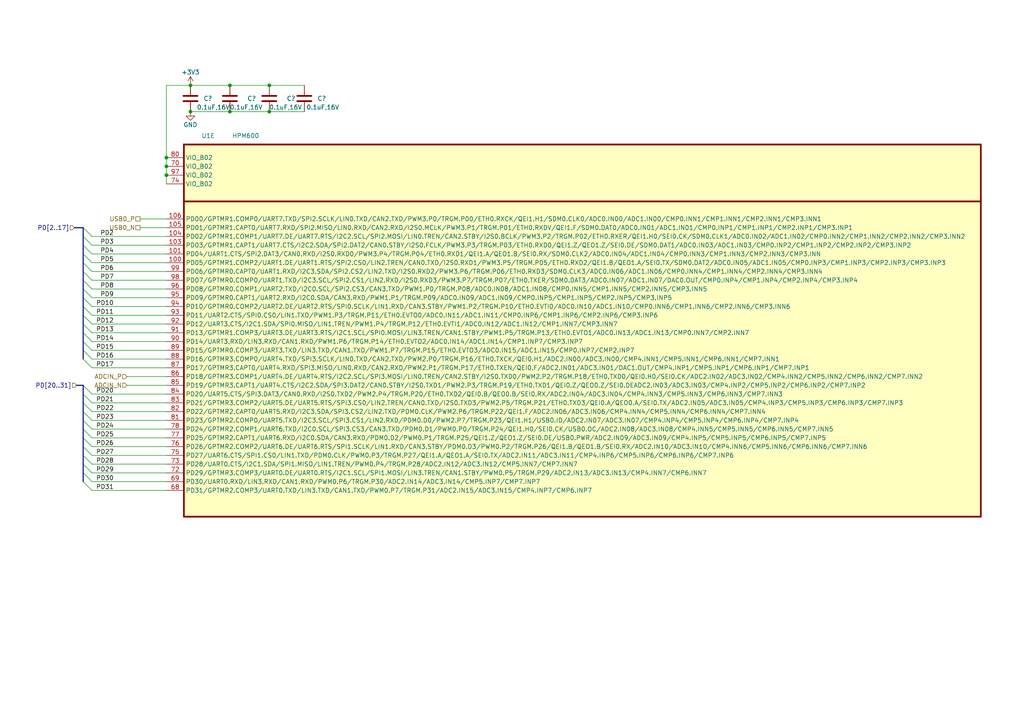
<source format=kicad_sch>
(kicad_sch (version 20230121) (generator eeschema)
  (paper "A4")
  (title_block (title "HPM6P00EVKRevB") (date "2024-10-13") (rev "RevB") (comment 1 "MCU_PD"))
  (lib_symbols
    (symbol "00_HPM600_Library:HPM600"
      (property "Reference" "U" (at 1.27 1.27 0))
      (property "Value" "HPM600" (at 10.16 1.27 0))
      (symbol "HPM600_1_1"
        (text "Analog_Domain" (at 11.43 -49.53 0) (effects (font (size 1.778 1.778))))
        (text "DCDC" (at 13.97 -11.43 0) (effects (font (size 1.27 1.27))))
        (text "DCDC_Domain" (at 10.16 -2.54 0) (effects (font (size 1.778 1.778))))
        (pin power_in line (at 40.64 -16.51 180) (length 5.08) (name "VDD_SOC") (number "102"))
        (pin power_in line (at 40.64 -29.21 180) (length 5.08) (name "VDD_SOC") (number "109"))
        (pin power_in line (at 40.64 -26.67 180) (length 5.08) (name "VDD_SOC") (number "114"))
        (pin power_in line (at 40.64 -24.13 180) (length 5.08) (name "VDD_SOC") (number "133"))
        (pin power_in line (at 40.64 -21.59 180) (length 5.08) (name "VDD_SOC") (number "143"))
        (pin power_in line (at 40.64 -19.05 180) (length 5.08) (name "VDD_SOC") (number "168"))
        (pin power_in line (at 40.64 -13.97 180) (length 5.08) (name "VDD_SOC") (number "176"))
        (pin power_out line (at 17.78 -71.12 90) (length 5.08) (name "PAD") (number "177"))
        (pin power_in line (at 40.64 -8.89 180) (length 5.08) (name "VDD_SOC") (number "18"))
        (pin power_in line (at 40.64 -11.43 180) (length 5.08) (name "VDD_SOC") (number "26"))
        (pin power_in line (at 40.64 -39.37 180) (length 5.08) (name "VDD_SOC") (number "34"))
        (pin power_in line (at -5.08 -6.35 0) (length 5.08) (name "DCDC_IN") (number "45"))
        (pin power_out line (at -5.08 -16.51 0) (length 5.08) (name "DCDC_LP") (number "46"))
        (pin power_out line (at -5.08 -31.75 0) (length 5.08) (name "DCDC_GND") (number "47"))
        (pin power_out line (at -5.08 -19.05 0) (length 5.08) (name "DCDC_LP") (number "48"))
        (pin power_out line (at -5.08 -35.56 0) (length 5.08) (name "DCDC_GND") (number "49"))
        (pin power_in line (at -5.08 -41.91 0) (length 5.08) (name "DCDC_INQ") (number "50"))
        (pin input line (at -5.08 -25.4 0) (length 5.08) (name "DCDC_SNS") (number "53"))
        (pin power_out line (at 40.64 -59.69 180) (length 5.08) (name "VREFL") (number "64"))
        (pin power_in line (at 40.64 -53.34 180) (length 5.08) (name "VREFH") (number "65"))
        (pin power_in line (at -5.08 -59.69 0) (length 5.08) (name "VSSA") (number "66"))
        (pin power_in line (at -5.08 -53.34 0) (length 5.08) (name "VANA") (number "67"))
        (pin power_in line (at 40.64 -34.29 180) (length 5.08) (name "VDD_SOC") (number "71"))
        (pin power_in line (at 40.64 -31.75 180) (length 5.08) (name "VDD_SOC") (number "79"))
        (pin power_in line (at 40.64 -36.83 180) (length 5.08) (name "VDD_SOC") (number "9"))
      )
      (symbol "HPM600_2_1"
        (text "LDO" (at 52.07 -11.43 0) (effects (font (size 1.27 1.27))))
        (text "LDO" (at 52.07 -6.35 0) (effects (font (size 1.27 1.27))))
        (pin power_in line (at 110.49 -11.43 180) (length 5.08) (name "OTPCAP") (number "35"))
        (pin bidirectional line (at -5.08 -21.59 0) (length 5.08) (name "PY00/GPTMR3.COMP0/UART4.TXD/LIN0.TXD/CAN2.TXD/DAO.LN/PWM2.P0/TRGM.P16") (number "54"))
        (pin bidirectional line (at -5.08 -24.13 0) (length 5.08) (name "PY01/GPTMR3.CAPT0/UART4.RXD/LIN0.RXD/CAN2.RXD/DAO.LP/PWM2.P1/TRGM.P17") (number "55"))
        (pin power_in line (at -5.08 -7.62 0) (length 5.08) (name "VPMC") (number "56"))
        (pin bidirectional line (at -5.08 -26.67 0) (length 5.08) (name "PY02/GPTMR3.COMP1/UART4.DE/UART4.RTS/I2C2.SCL/LIN0.TREN/CAN2.STBY/DAO.RN/PWM2.P2/TRGM.P18") (number "57"))
        (pin bidirectional line (at -5.08 -29.21 0) (length 5.08) (name "PY03/GPTMR3.CAPT1/UART4.CTS/I2C2.SDA/SPI3.CS3/CAN0.STBY/DAO.RP/PWM2.P3/TRGM.P19") (number "58"))
        (pin power_out line (at 110.49 -6.35 180) (length 5.08) (name "VPMCAP") (number "59"))
        (pin bidirectional line (at -5.08 -31.75 0) (length 5.08) (name "PY04/UART5.CTS/SPI2.SCLK/CAN0.RXD/PWM2.P4/TRGM.P20") (number "60"))
        (pin bidirectional line (at -5.08 -34.29 0) (length 5.08) (name "PY05/GPTMR3.COMP2/UART5.DE/UART5.RTS/SPI2.CS0/LIN2.TREN/CAN0.TXD/PWM2.P5/TRGM.P21") (number "61"))
        (pin bidirectional line (at -5.08 -36.83 0) (length 5.08) (name "PY06/GPTMR2.CAPT0/UART5.RXD/I2C3.SDA/SPI2.MISO/LIN2.TXD/PWM2.P6/TRGM.P22") (number "62"))
        (pin bidirectional line (at -5.08 -39.37 0) (length 5.08) (name "PY07/GPTMR2.COMP0/UART5.TXD/I2C3.SCL/SPI2.MOSI/LIN2.RXD/PWM2.P7/TRGM.P23") (number "63"))
      )
      (symbol "HPM600_3_1"
        (pin bidirectional line (at -5.08 -50.8 0) (length 5.08) (name "PA11/UART2.CTS/SPI0.CS0/LIN1.TXD/I2S1.FCLK/FEMC.RAS/PPI0.DM3/XPI0.CA_CS1/PWM1.P3/TRGM.P11/ETH0.RXD3/QEI1.H1/SEI1.CK/SDM0.DAT1/CPU1.NMI") (number "10"))
        (pin bidirectional line (at -5.08 -48.26 0) (length 5.08) (name "PA10/GPTMR0.COMP2/UART2.DE/UART2.RTS/SPI0.SCLK/LIN1.RXD/CAN3.STBY/I2S1.BCLK/FEMC.CAS/PPI0.DM2/XPI0.CA_CS0/PWM1.P2/TRGM.P10/ETH0.RXD2/QEI1.F/QEO0.Z/SEI1.DE/SDM0.CLK1/CPU0.NMI") (number "11"))
        (pin power_in line (at -5.08 -7.62 0) (length 5.08) (name "VIO_B00") (number "12"))
        (pin bidirectional line (at -5.08 -45.72 0) (length 5.08) (name "PA09/GPTMR0.CAPT1/UART2.RXD/I2C0.SDA/SPI0.CS1/CAN3.RXD/I2S1.MCLK/FEMC.WE/PPI0.CTR2/XPI0.CA_DQS/PWM1.P1/TRGM.P09/ETH0.RXD1/RDC0.PWM_P/QEO0.A/SEI1.RX/SDM0.DAT0") (number "13"))
        (pin bidirectional line (at -5.08 -43.18 0) (length 5.08) (name "PA08/GPTMR0.COMP1/UART2.TXD/I2C0.SCL/SPI0.CS2/CAN3.TXD/FEMC.CS1/PPI0.CS1/PWM1.P0/TRGM.P08/ETH0.RXD0/RDC0.PWM_N/QEO0.B/SEI1.TX/SDM0.CLK0/JTAG.TRST") (number "14"))
        (pin bidirectional line (at -5.08 -99.06 0) (length 5.08) (name "PA30/UART7.RXD/SPI3.DAT2/LIN3.RXD/CAN1.RXD/I2S0.TXD2/XPI0.CA_D3/PWM3.P6/TRGM.P30/ETH0.TXD3/QEI1.A/QEO1.B/SEI0.RX") (number "15"))
        (pin bidirectional line (at -5.08 -96.52 0) (length 5.08) (name "PA29/GPTMR3.COMP3/UART7.DE/UART7.RTS/I2C1.SCL/SPI3.MOSI/LIN3.TREN/CAN1.STBY/I2S0.TXD1/XPI0.CA_D2/PWM3.P5/TRGM.P29/ETH0.TXD2/QEI1.Z/QEO1.Z/SEI0.DE") (number "16"))
        (pin bidirectional line (at -5.08 -93.98 0) (length 5.08) (name "PA28/UART7.CTS/I2C1.SDA/SPI3.MISO/LIN1.TREN/I2S0.TXD0/XPI0.CA_D1/PWM3.P4/TRGM.P28/ETH0.TXD1/QEI1.H0/SEI0.CK") (number "17"))
        (pin bidirectional line (at -5.08 -91.44 0) (length 5.08) (name "PA27/UART6.CTS/SPI3.CS0/LIN1.TXD/I2S0.MCLK/XPI0.CA_D0/PWM3.P3/TRGM.P27/ETH0.TXD0/QEI1.F/SEI1.CK") (number "19"))
        (pin bidirectional line (at -5.08 -88.9 0) (length 5.08) (name "PA26/GPTMR2.COMP2/UART6.DE/UART6.RTS/SPI3.SCLK/LIN1.RXD/CAN3.STBY/I2S0.RXD3/XPI0.CA_SCLK/PWM3.P2/TRGM.P26/ETH0.TXCK/QEI1.H1/QEO0.Z/SEI1.DE") (number "20"))
        (pin bidirectional line (at -5.08 -86.36 0) (length 5.08) (name "PA25/GPTMR2.CAPT1/UART6.RXD/I2C0.SDA/SPI3.CS1/CAN3.RXD/I2S0.RXD2/XPI0.CA_CS1/PWM3.P1/TRGM.P25/ETH0.RXD3/RDC0.PWM_P/QEO0.B/SEI1.RX") (number "21"))
        (pin power_in line (at -5.08 -5.08 0) (length 5.08) (name "VIO_B00") (number "22"))
        (pin bidirectional line (at -5.08 -83.82 0) (length 5.08) (name "PA24/GPTMR2.COMP1/UART6.TXD/I2C0.SCL/SPI3.CS2/CAN3.TXD/I2S0.RXD1/XPI0.CA_CS0/PWM3.P0/TRGM.P24/ETH0.RXD2/RDC0.PWM_N/QEO0.A/SEI1.TX") (number "23"))
        (pin bidirectional line (at -5.08 -81.28 0) (length 5.08) (name "PA23/GPTMR2.COMP0/UART5.TXD/I2C3.SCL/SPI2.MOSI/LIN2.RXD/I2S0.RXD0/XPI0.CA_DQS/PWM2.P7/TRGM.P23/ETH0.RXD1/QEI0.A/QEO0.A/SEI0.TX") (number "24"))
        (pin bidirectional line (at -5.08 -78.74 0) (length 5.08) (name "PA22/GPTMR2.CAPT0/UART5.RXD/I2C3.SDA/SPI2.MISO/LIN2.TXD/I2S0.FCLK/PWM2.P6/TRGM.P22/ETH0.RXD0/QEI0.B/QEO0.B/SEI0.RX") (number "25"))
        (pin bidirectional line (at -5.08 -76.2 0) (length 5.08) (name "PA21/GPTMR3.COMP2/UART5.DE/UART5.RTS/SPI2.CS0/LIN2.TREN/CAN0.TXD/I2S0.BCLK/PWM2.P5/TRGM.P21/ETH0.RXDV/QEI0.Z/QEO0.Z/SEI0.DE") (number "27"))
        (pin bidirectional line (at -5.08 -73.66 0) (length 5.08) (name "PA20/UART5.CTS/SPI2.SCLK/CAN0.RXD/I2S0.MCLK/PWM2.P4/TRGM.P20/ETH0.RXCK/QEI0.H0/SEI0.CK") (number "28"))
        (pin bidirectional line (at -5.08 -40.64 0) (length 5.08) (name "PA07/GPTMR0.COMP0/UART1.TXD/I2C3.SCL/SPI1.MOSI/LIN2.RXD/FEMC.SCS0/PPI0.DQ30/PWM0.P7/TRGM.P07/ETH0.RXER/QEI0.A/QEO0.A/SEI0.TX/JTAG.TMS") (number "29"))
        (pin bidirectional line (at -5.08 -38.1 0) (length 5.08) (name "PA06/GPTMR0.CAPT0/UART1.RXD/I2C3.SDA/SPI1.MISO/LIN2.TXD/FEMC.SCLK0/PPI0.DQ29/PWM0.P6/TRGM.P06/ETH0.RXDV/QEI0.B/QEO0.B/SEI0.RX/JTAG.TCK") (number "30"))
        (pin bidirectional line (at -5.08 -35.56 0) (length 5.08) (name "PA05/GPTMR1.COMP2/UART1.DE/UART1.RTS/SPI1.CS0/LIN2.TREN/CAN0.TXD/PWM0.P5/TRGM.P05/ETH0.RXCK/QEI0.Z/QEO0.Z/SEI0.DE/JTAG.TDI") (number "31"))
        (pin bidirectional line (at -5.08 -33.02 0) (length 5.08) (name "PA04/UART1.CTS/SPI1.SCLK/CAN0.RXD/PWM0.P4/TRGM.P04/QEI0.H0/SEI0.CK/JTAG.TDO") (number "32"))
        (pin power_in line (at -5.08 -12.7 0) (length 5.08) (name "VIO_B00") (number "33"))
        (pin bidirectional line (at -5.08 -71.12 0) (length 5.08) (name "PA19/GPTMR3.CAPT1/UART4.CTS/I2C2.SDA/SPI3.CS3/CAN0.STBY/PWM2.P3/TRGM.P19/ETH0.MDIO/QEI0.F/SEI1.CK") (number "36"))
        (pin bidirectional line (at -5.08 -68.58 0) (length 5.08) (name "PA18/GPTMR3.COMP1/UART4.DE/UART4.RTS/I2C2.SCL/LIN0.TREN/CAN2.STBY/PWM2.P2/TRGM.P18/ETH0.MDC/QEI0.H1/QEO1.Z/SEI1.DE") (number "37"))
        (pin power_in line (at -5.08 -10.16 0) (length 5.08) (name "VIO_B00") (number "38"))
        (pin bidirectional line (at -5.08 -66.04 0) (length 5.08) (name "PA17/GPTMR3.CAPT0/UART4.RXD/LIN0.RXD/CAN2.RXD/PWM2.P1/TRGM.P17/RDC0.PWM_P/QEO1.B/SEI1.RX") (number "39"))
        (pin bidirectional line (at -5.08 -63.5 0) (length 5.08) (name "PA16/GPTMR3.COMP0/UART4.TXD/LIN0.TXD/CAN2.TXD/PWM2.P0/TRGM.P16/RDC0.PWM_N/QEO1.A/SEI1.TX") (number "40"))
        (pin bidirectional line (at -5.08 -30.48 0) (length 5.08) (name "PA03/GPTMR1.CAPT1/UART0.CTS/I2C2.SDA/SPI0.CS3/CAN0.STBY/PWM0.P3/TRGM.P03/QEI0.F/SEI1.CK/SYSCTL.CLK_OBS3/ETH0.EVTO1") (number "41"))
        (pin bidirectional line (at -5.08 -27.94 0) (length 5.08) (name "PA02/GPTMR1.COMP1/UART0.DE/UART0.RTS/I2C2.SCL/LIN0.TREN/CAN2.STBY/PWM0.P2/TRGM.P02/QEI0.H1/QEO1.Z/SEI1.DE/SYSCTL.CLK_OBS2/ETH0.EVTI1") (number "42"))
        (pin bidirectional line (at -5.08 -25.4 0) (length 5.08) (name "PA01/GPTMR1.CAPT0/UART0.RXD/LIN0.RXD/CAN2.RXD/PWM0.P1/TRGM.P01/RDC0.PWM_P/QEO1.B/SEI1.RX/SYSCTL.CLK_OBS1/ETH0.EVTO0") (number "43"))
        (pin bidirectional line (at -5.08 -22.86 0) (length 5.08) (name "PA00/GPTMR1.COMP0/UART0.TXD/LIN0.TXD/CAN2.TXD/PWM0.P0/TRGM.P00/RDC0.PWM_N/QEO1.A/SEI1.TX/SYSCTL.CLK_OBS0/ETH0.EVTI0") (number "44"))
        (pin bidirectional line (at -5.08 -60.96 0) (length 5.08) (name "PA15/GPTMR0.COMP3/UART3.TXD/SPI0.DAT3/LIN3.TXD/CAN1.TXD/I2S1.RXD3/FEMC.A10/PPI0.DQ26/PWM1.P7/TRGM.P15/QEI1.A/QEO1.A/SEI0.TX/SDM0.DAT3/ETH0.EVTO0") (number "5"))
        (pin bidirectional line (at -5.08 -58.42 0) (length 5.08) (name "PA14/UART3.RXD/SPI0.DAT2/LIN3.RXD/CAN1.RXD/I2S1.RXD2/FEMC.BA1/PPI0.CS2/PWM1.P6/TRGM.P14/QEI1.B/QEO1.B/SEI0.RX/SDM0.CLK3/ETH0.EVTI0") (number "6"))
        (pin bidirectional line (at -5.08 -55.88 0) (length 5.08) (name "PA13/GPTMR1.COMP3/UART3.DE/UART3.RTS/I2C1.SCL/SPI0.MOSI/LIN3.TREN/CAN1.STBY/I2S1.RXD1/FEMC.BA0/PPI0.CTR3/PWM1.P5/TRGM.P13/QEI1.Z/QEO1.Z/SEI0.DE/SDM0.DAT2") (number "7"))
        (pin bidirectional line (at -5.08 -53.34 0) (length 5.08) (name "PA12/UART3.CTS/I2C1.SDA/SPI0.MISO/LIN1.TREN/I2S1.RXD0/FEMC.CS0/PPI0.CS0/PWM1.P4/TRGM.P12/ETH0.TXER/QEI1.H0/SEI0.CK/SDM0.CLK2") (number "8"))
      )
      (symbol "HPM600_4_1"
        (pin bidirectional line (at -5.08 -33.02 0) (length 5.08) (name "PB03/GPTMR2.CAPT1/UART5.CTS/I2C2.SDA/SPI0.CS3/CAN0.STBY/I2S1.TXD1/PDM0.D2/FEMC.A03/PPI0.DQ19/XPI0.CA_D2/PWM0.P3/TRGM.P28/ETH0.TXD1/QEI0.F/SEI1.CK/SDM0.DAT0/XPI_SLV.ADQ0") (number "1"))
        (pin bidirectional line (at -5.08 -179.07 0) (length 5.08) (name "PC29/GPTMR3.COMP3/UART7.DE/UART7.RTS/I2C1.SCL/SPI3.MOSI/LIN3.TREN/CAN1.STBY/PDM0.CLK/PWM3.P5/TRGM.P29/ETH0.EVTO3") (number "112"))
        (pin bidirectional line (at -5.08 -176.53 0) (length 5.08) (name "PC28/UART7.CTS/I2C1.SDA/SPI3.MISO/LIN1.TREN/PDM0.D3/PWM3.P4/TRGM.P28/ETH0.EVTO2") (number "113"))
        (pin power_in line (at -5.08 -6.35 0) (length 5.08) (name "VIO_B01") (number "115"))
        (pin bidirectional line (at -5.08 -173.99 0) (length 5.08) (name "PC27/UART3.CTS/SPI3.CS0/LIN1.TXD/PDM0.D2/PWM3.P3/TRGM.P27/USB0.PWR/ETH0.EVTO1") (number "116"))
        (pin bidirectional line (at -5.08 -171.45 0) (length 5.08) (name "PC26/GPTMR2.COMP2/UART3.DE/UART3.RTS/SPI3.SCLK/LIN1.RXD/CAN3.STBY/PDM0.D1/PWM3.P2/TRGM.P26/USB0.OC/ETH0.EVTI1") (number "117"))
        (pin bidirectional line (at -5.08 -168.91 0) (length 5.08) (name "PC25/GPTMR2.CAPT1/UART3.RXD/I2C0.SDA/SPI3.CS1/CAN3.RXD/PDM0.D0/PWM3.P1/TRGM.P25/USB0.ID/ETH0.EVTO0") (number "118"))
        (pin bidirectional line (at -5.08 -166.37 0) (length 5.08) (name "PC24/GPTMR2.COMP1/UART3.TXD/I2C0.SCL/SPI3.CS2/CAN3.TXD/PDM0.CLK/PWM3.P0/TRGM.P24/ETH0.EVTI0") (number "119"))
        (pin bidirectional line (at -5.08 -163.83 0) (length 5.08) (name "PC23/GPTMR2.COMP0/UART5.TXD/I2C3.SCL/SPI2.MOSI/LIN2.RXD/PWM2.P7/TRGM.P23/CPU1.NMI") (number "120"))
        (pin power_in line (at -5.08 -13.97 0) (length 5.08) (name "VIO_B01") (number "121"))
        (pin bidirectional line (at -5.08 -161.29 0) (length 5.08) (name "PC22/GPTMR2.CAPT0/UART5.RXD/I2C3.SDA/SPI2.MISO/LIN2.TXD/PWM2.P6/TRGM.P22/CPU0.NMI") (number "122"))
        (pin bidirectional line (at -5.08 -158.75 0) (length 5.08) (name "PC21/GPTMR3.COMP2/UART5.DE/UART5.RTS/SPI2.CS0/LIN2.TREN/CAN0.TXD/FEMC.SRDY/PPI0.CTR0/PWM2.P5/TRGM.P21/QEI0.A/QEO0.A/SEI0.TX") (number "123"))
        (pin bidirectional line (at -5.08 -156.21 0) (length 5.08) (name "PC20/UART5.CTS/SPI2.SCLK/CAN0.RXD/FEMC.DM0/PPI0.DM0/PWM2.P4/TRGM.P20/QEI0.B/QEO0.B/SEI0.RX") (number "124"))
        (pin bidirectional line (at -5.08 -153.67 0) (length 5.08) (name "PC19/GPTMR3.CAPT1/UART4.CTS/I2C2.SDA/SPI3.CS3/CAN0.STBY/DAO.RP/FEMC.DQ07/PPI0.DQ07/PWM2.P3/TRGM.P19/QEI0.Z/QEO0.Z/SEI0.DE/WDG3.RST") (number "125"))
        (pin bidirectional line (at -5.08 -146.05 0) (length 5.08) (name "PC16/GPTMR3.COMP0/UART4.TXD/LIN0.TXD/CAN2.TXD/DAO.LN/FEMC.DQ04/PPI0.DQ04/PWM2.P0/TRGM.P16/ETH0.CRS/QEI0.H1/CPU0.NMI") (number "126"))
        (pin bidirectional line (at -5.08 -151.13 0) (length 5.08) (name "PC18/GPTMR3.COMP1/UART4.DE/UART4.RTS/I2C2.SCL/LIN0.TREN/CAN2.STBY/DAO.RN/FEMC.DQ06/PPI0.DQ06/PWM2.P2/TRGM.P18/QEI0.H0/SEI0.CK/WDG2.RST") (number "127"))
        (pin bidirectional line (at -5.08 -148.59 0) (length 5.08) (name "PC17/GPTMR3.CAPT0/UART4.RXD/LIN0.RXD/CAN2.RXD/DAO.LP/FEMC.DQ05/PPI0.DQ05/PWM2.P1/TRGM.P17/ETH0.COL/QEI0.F/CPU1.NMI") (number "128"))
        (pin bidirectional line (at -5.08 -143.51 0) (length 5.08) (name "PC15/GPTMR0.COMP3/UART6.TXD/SPI1.DAT3/LIN3.TXD/CAN1.TXD/I2S0.FCLK/FEMC.DQ03/PPI0.DQ03/PWM1.P7/TRGM.P15/ETH0.MDIO/QEI1.A/QEO1.A/SEI0.TX/USB0.PWR") (number "129"))
        (pin bidirectional line (at -5.08 -140.97 0) (length 5.08) (name "PC14/UART6.RXD/SPI1.DAT2/LIN3.RXD/CAN1.RXD/I2S0.BCLK/FEMC.DQ02/PPI0.DQ02/PWM1.P6/TRGM.P14/ETH0.MDC/QEI1.B/QEO1.B/SEI0.RX/USB0.OC") (number "130"))
        (pin bidirectional line (at -5.08 -138.43 0) (length 5.08) (name "PC13/GPTMR1.COMP3/UART6.DE/UART6.RTS/I2C1.SCL/SPI1.MOSI/LIN3.TREN/CAN1.STBY/I2S0.MCLK/FEMC.DQ01/PPI0.DQ01/PWM1.P5/TRGM.P13/QEI1.Z/QEO1.Z/SEI0.DE/USB0.ID") (number "131"))
        (pin bidirectional line (at -5.08 -135.89 0) (length 5.08) (name "PC12/UART6.CTS/I2C1.SDA/SPI1.MISO/LIN1.TREN/FEMC.DQ00/PPI0.DQ00/PWM1.P4/TRGM.P12/QEI1.H0/SEI0.CK") (number "132"))
        (pin bidirectional line (at -5.08 -133.35 0) (length 5.08) (name "PC11/UART2.CTS/SPI1.CS0/LIN1.TXD/FEMC.DQ15/PPI0.DQ15/PWM1.P3/TRGM.P11/QEI1.H1/SEI1.CK") (number "134"))
        (pin bidirectional line (at -5.08 -130.81 0) (length 5.08) (name "PC10/GPTMR0.COMP2/UART2.DE/UART2.RTS/SPI1.SCLK/LIN1.RXD/CAN3.STBY/FEMC.DQ14/PPI0.DQ14/PWM1.P2/TRGM.P10/QEI1.F/QEO0.Z/SEI1.DE") (number "135"))
        (pin bidirectional line (at -5.08 -128.27 0) (length 5.08) (name "PC09/GPTMR0.CAPT1/UART2.RXD/I2C0.SDA/SPI1.CS1/CAN3.RXD/FEMC.DQ13/PPI0.DQ13/PWM1.P1/TRGM.P09/RDC0.PWM_P/QEO0.A/SEI1.RX") (number "136"))
        (pin bidirectional line (at -5.08 -125.73 0) (length 5.08) (name "PC08/GPTMR0.COMP1/UART2.TXD/I2C0.SCL/SPI1.CS2/CAN3.TXD/FEMC.DQ12/PPI0.DQ12/PWM1.P0/TRGM.P08/RDC0.PWM_N/QEO0.B/SEI1.TX") (number "137"))
        (pin power_in line (at -5.08 -8.89 0) (length 5.08) (name "VIO_B01") (number "138"))
        (pin bidirectional line (at -5.08 -123.19 0) (length 5.08) (name "PC07/GPTMR0.COMP0/UART1.TXD/I2C3.SCL/SPI0.MOSI/LIN2.RXD/FEMC.DQ11/PPI0.DQ11/PWM0.P7/TRGM.P07/QEI0.A/QEO0.A/SEI0.TX/SDM0.DAT3") (number "139"))
        (pin bidirectional line (at -5.08 -120.65 0) (length 5.08) (name "PC06/GPTMR0.CAPT0/UART1.RXD/I2C3.SDA/SPI0.MISO/LIN2.TXD/FEMC.DQ10/PPI0.DQ10/PWM0.P6/TRGM.P06/QEI0.B/QEO0.B/SEI0.RX/SDM0.CLK3") (number "140"))
        (pin bidirectional line (at -5.08 -118.11 0) (length 5.08) (name "PC05/GPTMR1.COMP2/UART1.DE/UART1.RTS/SPI0.CS0/LIN2.TREN/CAN0.TXD/FEMC.DQ09/PPI0.DQ09/PWM0.P5/TRGM.P05/QEI0.Z/QEO0.Z/SEI0.DE/SDM0.DAT2") (number "141"))
        (pin bidirectional line (at -5.08 -115.57 0) (length 5.08) (name "PC04/UART1.CTS/SPI0.SCLK/CAN0.RXD/FEMC.DQ08/PPI0.DQ08/PWM0.P4/TRGM.P04/QEI0.H0/SEI0.CK/SDM0.CLK2") (number "142"))
        (pin bidirectional line (at -5.08 -113.03 0) (length 5.08) (name "PC03/GPTMR1.CAPT1/UART0.CTS/I2C2.SDA/SPI1.CS3/CAN0.STBY/FEMC.DM1/PPI0.DM1/PWM0.P3/TRGM.P03/QEI0.F/SEI1.CK/SDM0.DAT1") (number "144"))
        (pin bidirectional line (at -5.08 -110.49 0) (length 5.08) (name "PC02/GPTMR1.COMP1/UART0.DE/UART0.RTS/I2C2.SCL/LIN0.TREN/CAN2.STBY/PWM0.P2/TRGM.P02/QEI0.H1/QEO1.Z/SEI1.DE/SDM0.CLK1") (number "145"))
        (pin bidirectional line (at -5.08 -107.95 0) (length 5.08) (name "PC01/GPTMR1.CAPT0/UART0.RXD/LIN0.RXD/CAN2.RXD/PWM0.P1/TRGM.P01/RDC0.PWM_P/QEO1.B/SEI1.RX/SDM0.DAT0") (number "146"))
        (pin bidirectional line (at -5.08 -105.41 0) (length 5.08) (name "PC00/GPTMR1.COMP0/UART0.TXD/LIN0.TXD/CAN2.TXD/PWM0.P0/TRGM.P00/RDC0.PWM_N/QEO1.A/SEI1.TX/SDM0.CLK0") (number "147"))
        (pin power_in line (at -5.08 -16.51 0) (length 5.08) (name "VIO_B01") (number "148"))
        (pin bidirectional line (at -5.08 -93.98 0) (length 5.08) (name "PB27/UART6.CTS/SPI2.CS0/LIN1.TXD/PPI0.CTR5/PWM3.P3/TRGM.P04/QEI1.F/SEI1.CK") (number "149"))
        (pin bidirectional line (at -5.08 -91.44 0) (length 5.08) (name "PB26/GPTMR1.COMP2/UART6.DE/UART6.RTS/SPI2.SCLK/LIN1.RXD/CAN3.STBY/PPI0.CTR6/PWM3.P2/TRGM.P05/QEI1.H1/QEO0.Z/SEI1.DE") (number "150"))
        (pin bidirectional line (at -5.08 -88.9 0) (length 5.08) (name "PB25/GPTMR1.CAPT1/UART6.RXD/I2C0.SDA/SPI2.CS1/CAN3.RXD/PPI0.CTR7/PWM3.P1/TRGM.P06/RDC0.PWM_P/QEO0.B/SEI1.RX") (number "151"))
        (pin bidirectional line (at -5.08 -86.36 0) (length 5.08) (name "PB24/GPTMR1.COMP1/UART6.TXD/I2C0.SCL/SPI2.CS2/CAN3.TXD/PWM3.P0/TRGM.P07/RDC0.PWM_N/QEO0.A/SEI1.TX") (number "152"))
        (pin bidirectional line (at -5.08 -83.82 0) (length 5.08) (name "PB23/GPTMR1.COMP0/UART0.TXD/I2C3.SCL/SPI3.MOSI/LIN2.RXD/PWM2.P7/TRGM.P08/QEI0.A/QEO0.A/SEI0.TX") (number "153"))
        (pin bidirectional line (at -5.08 -81.28 0) (length 5.08) (name "PB22/GPTMR1.CAPT0/UART0.RXD/I2C3.SDA/SPI3.MISO/LIN2.TXD/FEMC.SCS1/PPI0.CS3/PWM2.P6/TRGM.P09/QEI0.B/QEO0.B/SEI0.RX") (number "154"))
        (pin bidirectional line (at -5.08 -78.74 0) (length 5.08) (name "PB21/GPTMR3.COMP2/UART0.DE/UART0.RTS/SPI3.CS0/LIN2.TREN/CAN0.TXD/FEMC.SCLK1/PPI0.CTR4/PWM2.P5/TRGM.P10/QEI0.Z/QEO0.Z/SEI0.DE") (number "155"))
        (pin bidirectional line (at -5.08 -76.2 0) (length 5.08) (name "PB20/UART0.CTS/SPI3.SCLK/CAN0.RXD/FEMC.DQS/PPI0.CTR1/PWM2.P4/TRGM.P11/QEI0.H0/SEI0.CK") (number "156"))
        (pin bidirectional line (at -5.08 -73.66 0) (length 5.08) (name "PB19/GPTMR3.CAPT1/UART4.CTS/I2C2.SDA/SPI2.CS3/CAN0.STBY/FEMC.CLK0/PPI0.CLK/XPI0.CB_D3/PWM2.P3/TRGM.P12/QEI0.F/SEI1.CK/SYSCTL.CLK_OBS3/ETH0.EVTO3") (number "157"))
        (pin power_in line (at -5.08 -11.43 0) (length 5.08) (name "VIO_B01") (number "158"))
        (pin bidirectional line (at -5.08 -71.12 0) (length 5.08) (name "PB18/GPTMR3.COMP1/UART4.DE/UART4.RTS/I2C2.SCL/LIN0.TREN/CAN2.STBY/FEMC.CKE/PPI0.DQ31/XPI0.CB_D2/PWM2.P2/TRGM.P13/QEI0.H1/QEO1.Z/SEI1.DE/SYSCTL.CLK_OBS2/ETH0.EVTO2") (number "159"))
        (pin bidirectional line (at -5.08 -68.58 0) (length 5.08) (name "PB17/GPTMR3.CAPT0/UART4.RXD/LIN0.RXD/CAN2.RXD/FEMC.A12/PPI0.DQ28/XPI0.CB_D1/PWM2.P1/TRGM.P14/RDC0.PWM_P/QEO1.B/SEI1.RX/SYSCTL.CLK_OBS1/ETH0.EVTO1") (number "160"))
        (pin bidirectional line (at -5.08 -66.04 0) (length 5.08) (name "PB16/GPTMR3.COMP0/UART4.TXD/LIN0.TXD/CAN2.TXD/FEMC.A11/PPI0.DQ27/XPI0.CB_D0/PWM2.P0/TRGM.P15/RDC0.PWM_N/QEO1.A/SEI1.TX/SYSCTL.CLK_OBS0/ETH0.EVTI1") (number "161"))
        (pin bidirectional line (at -5.08 -63.5 0) (length 5.08) (name "PB15/GPTMR0.COMP3/UART3.TXD/SPI0.DAT3/LIN3.TXD/CAN1.TXD/DAO.RP/FEMC.A09/PPI0.DQ25/XPI0.CB_SCLK/PWM1.P7/TRGM.P16/QEI1.A/QEO1.A/SEI0.TX/SDM0.DAT3/SOC.REF1/ETH0.EVTO3") (number "162"))
        (pin bidirectional line (at -5.08 -60.96 0) (length 5.08) (name "PB14/UART3.RXD/SPI0.DAT2/LIN3.RXD/CAN1.RXD/DAO.RN/FEMC.A08/PPI0.DQ24/XPI0.CB_CS1/PWM1.P6/TRGM.P17/QEI1.B/QEO1.B/SEI0.RX/SDM0.CLK3/SOC.REF0/ETH0.EVTO2/XPI_SLV.DQS") (number "163"))
        (pin bidirectional line (at -5.08 -58.42 0) (length 5.08) (name "PB13/GPTMR2.COMP3/UART3.DE/UART3.RTS/I2C1.SCL/SPI0.MOSI/LIN3.TREN/CAN1.STBY/DAO.LP/FEMC.A07/PPI0.DQ23/XPI0.CB_CS0/PWM1.P5/TRGM.P18/ETH0.MDIO/QEI1.Z/QEO1.Z/SEI0.DE/SDM0.DAT2/WDG1.RST/XPI_SLV.RDY") (number "164"))
        (pin bidirectional line (at -5.08 -55.88 0) (length 5.08) (name "PB12/UART3.CTS/I2C1.SDA/SPI0.MISO/LIN0.TREN/DAO.LN/FEMC.A06/PPI0.DQ22/XPI0.CB_DQS/PWM1.P4/TRGM.P19/ETH0.MDC/QEI1.H0/SEI0.CK/SDM0.CLK2/WDG0.RST/XPI_SLV.ERR") (number "165"))
        (pin bidirectional line (at -5.08 -53.34 0) (length 5.08) (name "PB11/UART2.CTS/SPI0.CS0/LIN0.TXD/PWM1.P3/TRGM.P20/QEI1.H1/SEI1.CK") (number "166"))
        (pin bidirectional line (at -5.08 -50.8 0) (length 5.08) (name "PB10/GPTMR0.COMP2/UART2.DE/UART2.RTS/SPI1.SCLK/LIN0.RXD/CAN3.STBY/PWM1.P2/TRGM.P21/QEI1.F/QEO0.Z/SEI1.DE") (number "167"))
        (pin bidirectional line (at -5.08 -48.26 0) (length 5.08) (name "PB09/GPTMR0.CAPT1/UART2.RXD/I2C0.SDA/SPI0.CS1/CAN3.RXD/PWM1.P1/TRGM.P22/RDC0.PWM_P/QEO0.A/SEI1.RX") (number "169"))
        (pin bidirectional line (at -5.08 -45.72 0) (length 5.08) (name "PB08/GPTMR0.COMP1/UART2.TXD/I2C0.SCL/SPI0.CS2/CAN3.TXD/PWM1.P0/TRGM.P23/RDC0.PWM_N/QEO0.B/SEI1.TX") (number "170"))
        (pin bidirectional line (at -5.08 -43.18 0) (length 5.08) (name "PB07/GPTMR0.COMP0/UART1.TXD/I2C3.SCL/SPI1.MOSI/LIN2.RXD/PWM0.P7/TRGM.P24/QEI0.A/QEO0.A/SEI0.TX") (number "171"))
        (pin bidirectional line (at -5.08 -40.64 0) (length 5.08) (name "PB06/GPTMR0.CAPT0/UART1.RXD/I2C3.SDA/SPI1.MISO/LIN2.TXD/PWM0.P6/TRGM.P25/ETH0.TXEN/QEI0.B/QEO0.B/SEI0.RX") (number "172"))
        (pin power_in line (at -5.08 -3.81 0) (length 5.08) (name "VIO_B01") (number "173"))
        (pin bidirectional line (at -5.08 -38.1 0) (length 5.08) (name "PB05/GPTMR2.COMP2/UART1.DE/UART1.RTS/SPI1.CS0/LIN2.TREN/CAN0.TXD/I2S1.TXD3/PDM0.CLK/FEMC.A05/PPI0.DQ21/PWM0.P5/TRGM.P26/ETH0.TXD3/QEI0.Z/QEO0.Z/SEI0.DE/SDM0.DAT1/CPU1.NMI/XPI_SLV.CSN") (number "174"))
        (pin bidirectional line (at -5.08 -35.56 0) (length 5.08) (name "PB04/UART1.CTS/SPI0.SCLK/CAN0.RXD/I2S1.TXD2/PDM0.D3/FEMC.A04/PPI0.DQ20/XPI0.CA_D3/PWM0.P4/TRGM.P27/ETH0.TXD2/QEI0.H0/SEI0.CK/SDM0.CLK1/CPU0.NMI/XPI_SLV.CLK") (number "175"))
        (pin bidirectional line (at -5.08 -30.48 0) (length 5.08) (name "PB02/GPTMR2.COMP1/UART5.DE/UART5.RTS/I2C2.SCL/LIN1.TREN/CAN2.STBY/I2S1.TXD0/PDM0.D1/FEMC.A02/PPI0.DQ18/XPI0.CA_D1/PWM0.P2/TRGM.P29/ETH0.TXD0/QEI0.H1/QEO1.Z/SEI1.DE/SDM0.CLK0/XPI_SLV.ADQ1") (number "2"))
        (pin bidirectional line (at -5.08 -27.94 0) (length 5.08) (name "PB01/GPTMR2.CAPT0/UART5.RXD/LIN1.RXD/CAN2.RXD/I2S1.MCLK/PDM0.D0/FEMC.A01/PPI0.DQ17/XPI0.CA_D0/PWM0.P1/TRGM.P30/ETH0.TXEN/RDC0.PWM_P/QEO1.B/SEI1.RX/XPI_SLV.ADQ2") (number "3"))
        (pin bidirectional line (at -5.08 -25.4 0) (length 5.08) (name "PB00/GPTMR2.COMP0/UART5.TXD/LIN1.TXD/CAN2.TXD/I2S0.TXD3/PDM0.CLK/FEMC.A00/PPI0.DQ16/XPI0.CA_SCLK/PWM0.P0/TRGM.P31/ETH0.TXCK/RDC0.PWM_N/QEO1.A/SEI1.TX/XPI_SLV.ADQ3") (number "4"))
      )
      (symbol "HPM600_5_1"
        (pin bidirectional line (at -5.08 -34.29 0) (length 5.08) (name "PD05/GPTMR1.COMP2/UART1.DE/UART1.RTS/SPI2.CS0/LIN2.TREN/CAN0.TXD/I2S0.RXD1/PWM3.P5/TRGM.P05/ETH0.RXD2/QEI1.B/QEO1.A/SEI0.TX/SDM0.DAT2/ADC0.IN05/ADC1.IN05/CMP0.INP3/CMP1.INP3/CMP2.INP3/CMP3.INP3") (number "100"))
        (pin bidirectional line (at -5.08 -31.75 0) (length 5.08) (name "PD04/UART1.CTS/SPI2.DAT3/CAN0.RXD/I2S0.RXD0/PWM3.P4/TRGM.P04/ETH0.RXD1/QEI1.A/QEO1.B/SEI0.RX/SDM0.CLK2/ADC0.IN04/ADC1.IN04/CMP0.INN3/CMP1.INN3/CMP2.INN3/CMP3.INN") (number "101"))
        (pin bidirectional line (at -5.08 -29.21 0) (length 5.08) (name "PD03/GPTMR1.CAPT1/UART7.CTS/I2C2.SDA/SPI2.DAT2/CAN0.STBY/I2S0.FCLK/PWM3.P3/TRGM.P03/ETH0.RXD0/QEI1.Z/QEO1.Z/SEI0.DE/SDM0.DAT1/ADC0.IN03/ADC1.IN03/CMP0.INP2/CMP1.INP2/CMP2.INP2/CMP3.INP2") (number "103"))
        (pin bidirectional line (at -5.08 -26.67 0) (length 5.08) (name "PD02/GPTMR1.COMP1/UART7.DE/UART7.RTS/I2C2.SCL/SPI2.MOSI/LIN0.TREN/CAN2.STBY/I2S0.BCLK/PWM3.P2/TRGM.P02/ETH0.RXER/QEI1.H0/SEI0.CK/SDM0.CLK1/ADC0.IN02/ADC1.IN02/CMP0.INN2/CMP1.INN2/CMP2.INN2/CMP3.INN2") (number "104"))
        (pin bidirectional line (at -5.08 -24.13 0) (length 5.08) (name "PD01/GPTMR1.CAPT0/UART7.RXD/SPI2.MISO/LIN0.RXD/CAN2.RXD/I2S0.MCLK/PWM3.P1/TRGM.P01/ETH0.RXDV/QEI1.F/SDM0.DAT0/ADC0.IN01/ADC1.IN01/CMP0.INP1/CMP1.INP1/CMP2.INP1/CMP3.INP1") (number "105"))
        (pin bidirectional line (at -5.08 -21.59 0) (length 5.08) (name "PD00/GPTMR1.COMP0/UART7.TXD/SPI2.SCLK/LIN0.TXD/CAN2.TXD/PWM3.P0/TRGM.P00/ETH0.RXCK/QEI1.H1/SDM0.CLK0/ADC0.IN00/ADC1.IN00/CMP0.INN1/CMP1.INN1/CMP2.INN1/CMP3.INN1") (number "106"))
        (pin bidirectional line (at -5.08 -100.33 0) (length 5.08) (name "PD31/GPTMR2.COMP3/UART0.TXD/LIN3.TXD/CAN1.TXD/PWM0.P7/TRGM.P31/ADC2.IN15/ADC3.IN15/CMP4.INP7/CMP6.INP7") (number "68"))
        (pin bidirectional line (at -5.08 -97.79 0) (length 5.08) (name "PD30/UART0.RXD/LIN3.RXD/CAN1.RXD/PWM0.P6/TRGM.P30/ADC2.IN14/ADC3.IN14/CMP5.INP7/CMP7.INP7") (number "69"))
        (pin power_in line (at -5.08 -6.35 0) (length 5.08) (name "VIO_B02") (number "70"))
        (pin bidirectional line (at -5.08 -95.25 0) (length 5.08) (name "PD29/GPTMR3.COMP3/UART0.DE/UART0.RTS/I2C1.SCL/SPI1.MOSI/LIN3.TREN/CAN1.STBY/PWM0.P5/TRGM.P29/ADC2.IN13/ADC3.IN13/CMP4.INN7/CMP6.INN7") (number "72"))
        (pin bidirectional line (at -5.08 -92.71 0) (length 5.08) (name "PD28/UART0.CTS/I2C1.SDA/SPI1.MISO/LIN1.TREN/PWM0.P4/TRGM.P28/ADC2.IN12/ADC3.IN12/CMP5.INN7/CMP7.INN7") (number "73"))
        (pin power_in line (at -5.08 -11.43 0) (length 5.08) (name "VIO_B02") (number "74"))
        (pin bidirectional line (at -5.08 -90.17 0) (length 5.08) (name "PD27/UART6.CTS/SPI1.CS0/LIN1.TXD/PDM0.CLK/PWM0.P3/TRGM.P27/QEI1.A/QEO1.A/SEI0.TX/ADC2.IN11/ADC3.IN11/CMP4.INP6/CMP5.INP6/CMP6.INP6/CMP7.INP6") (number "75"))
        (pin bidirectional line (at -5.08 -87.63 0) (length 5.08) (name "PD26/GPTMR2.COMP2/UART6.DE/UART6.RTS/SPI1.SCLK/LIN1.RXD/CAN3.STBY/PDM0.D3/PWM0.P2/TRGM.P26/QEI1.B/QEO1.B/SEI0.RX/ADC2.IN10/ADC3.IN10/CMP4.INN6/CMP5.INN6/CMP6.INN6/CMP7.INN6") (number "76"))
        (pin bidirectional line (at -5.08 -85.09 0) (length 5.08) (name "PD25/GPTMR2.CAPT1/UART6.RXD/I2C0.SDA/CAN3.RXD/PDM0.D2/PWM0.P1/TRGM.P25/QEI1.Z/QEO1.Z/SEI0.DE/USB0.PWR/ADC2.IN09/ADC3.IN09/CMP4.INP5/CMP5.INP5/CMP6.INP5/CMP7.INP5") (number "77"))
        (pin bidirectional line (at -5.08 -82.55 0) (length 5.08) (name "PD24/GPTMR2.COMP1/UART6.TXD/I2C0.SCL/SPI3.CS3/CAN3.TXD/PDM0.D1/PWM0.P0/TRGM.P24/QEI1.H0/SEI0.CK/USB0.OC/ADC2.IN08/ADC3.IN08/CMP4.INN5/CMP5.INN5/CMP6.INN5/CMP7.INN5") (number "78"))
        (pin power_in line (at -5.08 -3.81 0) (length 5.08) (name "VIO_B02") (number "80"))
        (pin bidirectional line (at -5.08 -80.01 0) (length 5.08) (name "PD23/GPTMR2.COMP0/UART5.TXD/I2C3.SCL/SPI3.CS1/LIN2.RXD/PDM0.D0/PWM2.P7/TRGM.P23/QEI1.H1/USB0.ID/ADC2.IN07/ADC3.IN07/CMP4.INP4/CMP5.INP4/CMP6.INP4/CMP7.INP4") (number "81"))
        (pin bidirectional line (at -5.08 -77.47 0) (length 5.08) (name "PD22/GPTMR2.CAPT0/UART5.RXD/I2C3.SDA/SPI3.CS2/LIN2.TXD/PDM0.CLK/PWM2.P6/TRGM.P22/QEI1.F/ADC2.IN06/ADC3.IN06/CMP4.INN4/CMP5.INN4/CMP6.INN4/CMP7.INN4") (number "82"))
        (pin bidirectional line (at -5.08 -74.93 0) (length 5.08) (name "PD21/GPTMR3.COMP2/UART5.DE/UART5.RTS/SPI3.CS0/LIN2.TREN/CAN0.TXD/I2S0.TXD3/PWM2.P5/TRGM.P21/ETH0.TXD3/QEI0.A/QEO0.A/SEI0.TX/ADC2.IN05/ADC3.IN05/CMP4.INP3/CMP5.INP3/CMP6.INP3/CMP7.INP3") (number "83"))
        (pin bidirectional line (at -5.08 -72.39 0) (length 5.08) (name "PD20/UART5.CTS/SPI3.DAT3/CAN0.RXD/I2S0.TXD2/PWM2.P4/TRGM.P20/ETH0.TXD2/QEI0.B/QEO0.B/SEI0.RX/ADC2.IN04/ADC3.IN04/CMP4.INN3/CMP5.INN3/CMP6.INN3/CMP7.INN3") (number "84"))
        (pin bidirectional line (at -5.08 -69.85 0) (length 5.08) (name "PD19/GPTMR3.CAPT1/UART4.CTS/I2C2.SDA/SPI3.DAT2/CAN0.STBY/I2S0.TXD1/PWM2.P3/TRGM.P19/ETH0.TXD1/QEI0.Z/QEO0.Z/SEI0.DEADC2.IN03/ADC3.IN03/CMP4.INP2/CMP5.INP2/CMP6.INP2/CMP7.INP2") (number "85"))
        (pin bidirectional line (at -5.08 -67.31 0) (length 5.08) (name "PD18/GPTMR3.COMP1/UART4.DE/UART4.RTS/I2C2.SCL/SPI3.MOSI/LIN0.TREN/CAN2.STBY/I2S0.TXD0/PWM2.P2/TRGM.P18/ETH0.TXD0/QEI0.H0/SEI0.CK/ADC2.IN02/ADC3.IN02/CMP4.INN2/CMP5.INN2/CMP6.INN2/CMP7.INN2") (number "86"))
        (pin bidirectional line (at -5.08 -64.77 0) (length 5.08) (name "PD17/GPTMR3.CAPT0/UART4.RXD/SPI3.MISO/LIN0.RXD/CAN2.RXD/PWM2.P1/TRGM.P17/ETH0.TXEN/QEI0.F/ADC2.IN01/ADC3.IN01/DAC1.OUT/CMP4.INP1/CMP5.INP1/CMP6.INP1/CMP7.INP1") (number "87"))
        (pin bidirectional line (at -5.08 -62.23 0) (length 5.08) (name "PD16/GPTMR3.COMP0/UART4.TXD/SPI3.SCLK/LIN0.TXD/CAN2.TXD/PWM2.P0/TRGM.P16/ETH0.TXCK/QEI0.H1/ADC2.IN00/ADC3.IN00/CMP4.INN1/CMP5.INN1/CMP6.INN1/CMP7.INN1") (number "88"))
        (pin bidirectional line (at -5.08 -59.69 0) (length 5.08) (name "PD15/GPTMR0.COMP3/UART3.TXD/LIN3.TXD/CAN1.TXD/PWM1.P7/TRGM.P15/ETH0.EVTO3/ADC0.IN15/ADC1.IN15/CMP0.INP7/CMP2.INP7") (number "89"))
        (pin bidirectional line (at -5.08 -57.15 0) (length 5.08) (name "PD14/UART3.RXD/LIN3.RXD/CAN1.RXD/PWM1.P6/TRGM.P14/ETH0.EVTO2/ADC0.IN14/ADC1.IN14/CMP1.INP7/CMP3.INP7") (number "90"))
        (pin bidirectional line (at -5.08 -54.61 0) (length 5.08) (name "PD13/GPTMR1.COMP3/UART3.DE/UART3.RTS/I2C1.SCL/SPI0.MOSI/LIN3.TREN/CAN1.STBY/PWM1.P5/TRGM.P13/ETH0.EVTO1/ADC0.IN13/ADC1.IN13/CMP0.INN7/CMP2.INN7") (number "91"))
        (pin bidirectional line (at -5.08 -52.07 0) (length 5.08) (name "PD12/UART3.CTS/I2C1.SDA/SPI0.MISO/LIN1.TREN/PWM1.P4/TRGM.P12/ETH0.EVTI1/ADC0.IN12/ADC1.IN12/CMP1.INN7/CMP3.INN7") (number "92"))
        (pin bidirectional line (at -5.08 -49.53 0) (length 5.08) (name "PD11/UART2.CTS/SPI0.CS0/LIN1.TXD/PWM1.P3/TRGM.P11/ETH0.EVTO0/ADC0.IN11/ADC1.IN11/CMP0.INP6/CMP1.INP6/CMP2.INP6/CMP3.INP6") (number "93"))
        (pin bidirectional line (at -5.08 -46.99 0) (length 5.08) (name "PD10/GPTMR0.COMP2/UART2.DE/UART2.RTS/SPI0.SCLK/LIN1.RXD/CAN3.STBY/PWM1.P2/TRGM.P10/ETH0.EVTI0/ADC0.IN10/ADC1.IN10/CMP0.INN6/CMP1.INN6/CMP2.INN6/CMP3.INN6") (number "94"))
        (pin bidirectional line (at -5.08 -44.45 0) (length 5.08) (name "PD09/GPTMR0.CAPT1/UART2.RXD/I2C0.SDA/CAN3.RXD/PWM1.P1/TRGM.P09/ADC0.IN09/ADC1.IN09/CMP0.INP5/CMP1.INP5/CMP2.INP5/CMP3.INP5") (number "95"))
        (pin bidirectional line (at -5.08 -41.91 0) (length 5.08) (name "PD08/GPTMR0.COMP1/UART2.TXD/I2C0.SCL/SPI2.CS3/CAN3.TXD/PWM1.P0/TRGM.P08/ADC0.IN08/ADC1.IN08/CMP0.INN5/CMP1.INN5/CMP2.INN5/CMP3.INN5") (number "96"))
        (pin power_in line (at -5.08 -8.89 0) (length 5.08) (name "VIO_B02") (number "97"))
        (pin bidirectional line (at -5.08 -39.37 0) (length 5.08) (name "PD07/GPTMR0.COMP0/UART1.TXD/I2C3.SCL/SPI2.CS1/LIN2.RXD/I2S0.RXD3/PWM3.P7/TRGM.P07/ETH0.TXER/SDM0.DAT3/ADC0.IN07/ADC1.IN07/DAC0.OUT/CMP0.INP4/CMP1.INP4/CMP2.INP4/CMP3.INP4") (number "98"))
        (pin bidirectional line (at -5.08 -36.83 0) (length 5.08) (name "PD06/GPTMR0.CAPT0/UART1.RXD/I2C3.SDA/SPI2.CS2/LIN2.TXD/I2S0.RXD2/PWM3.P6/TRGM.P06/ETH0.RXD3/SDM0.CLK3/ADC0.IN06/ADC1.IN06/CMP0.INN4/CMP1.INN4/CMP2.INN4/CMP3.INN4") (number "99"))
      )
      (symbol "HPM600_6_1"
        (pin power_in line (at -5.08 -27.94 0) (length 5.08) (name "VPLLVUSB") (number "107"))
        (pin power_in line (at -5.08 -21.59 0) (length 5.08) (name "VBUS") (number "108"))
        (pin output line (at -5.08 -12.7 0) (length 5.08) (name "XTALO") (number "110"))
        (pin input line (at -5.08 -5.08 0) (length 5.08) (name "XTALI") (number "111"))
        (pin power_in line (at 40.64 -5.08 180) (length 5.08) (name "RESET") (number "51"))
        (pin power_in line (at 40.64 -12.7 180) (length 5.08) (name "WAKEUP") (number "52"))
      )
    )
    (symbol "00_HPM_power:+3.3V" (power) (pin_names (offset 0))
      (property "Value" "+3.3V" (at 0 3.556 0))
      (symbol "+3.3V_1_1"
        (pin power_in line (at 0 0 90) (length 0) hide (name "+3V3") (number "1"))
      )
    )
    (symbol "00_HPM_power:GND" (power) (pin_names (offset 0))
      (property "Value" "GND" (at 0 -3.81 0))
      (symbol "GND_1_1"
        (pin power_in line (at 0 0 270) (length 0) hide (name "GND") (number "1"))
      )
    )
    (symbol "03_HPM_Capacitance:0.1uF,16V_0402" (pin_numbers hide) (pin_names (offset 0.254))
      (property "Reference" "C" (at -1.27 10.16 0))
      (property "Value" "0.1uF,16V" (at -5.08 12.7 0))
      (symbol "0.1uF,16V_0402_1_1"
        (pin passive line (at 0 3.81 270) (length 2.794) (name "~") (number "1"))
        (pin passive line (at 0 -3.81 90) (length 2.794) (name "~") (number "2"))
      )
    )
  )
  (junction (at 78.105 32.385))
  (junction (at 48.26 45.72))
  (junction (at 55.245 32.385))
  (junction (at 78.105 24.765))
  (junction (at 66.675 32.385))
  (junction (at 48.26 50.8))
  (junction (at 55.245 24.765))
  (junction (at 66.675 24.765))
  (junction (at 48.26 48.26))
  (bus_entry (at 24.13 137.16) (size 2.54 2.54))
  (bus_entry (at 24.13 93.98) (size 2.54 2.54))
  (bus_entry (at 24.13 129.54) (size 2.54 2.54))
  (bus_entry (at 24.13 104.14) (size 2.54 2.54))
  (bus_entry (at 24.13 73.66) (size 2.54 2.54))
  (bus_entry (at 24.13 132.08) (size 2.54 2.54))
  (bus_entry (at 24.13 86.36) (size 2.54 2.54))
  (bus_entry (at 24.13 88.9) (size 2.54 2.54))
  (bus_entry (at 24.13 99.06) (size 2.54 2.54))
  (bus_entry (at 24.13 127) (size 2.54 2.54))
  (bus_entry (at 24.13 124.46) (size 2.54 2.54))
  (bus_entry (at 24.13 66.04) (size 2.54 2.54))
  (bus_entry (at 24.13 121.92) (size 2.54 2.54))
  (bus_entry (at 24.13 78.74) (size 2.54 2.54))
  (bus_entry (at 24.13 119.38) (size 2.54 2.54))
  (bus_entry (at 24.13 96.52) (size 2.54 2.54))
  (bus_entry (at 24.13 114.3) (size 2.54 2.54))
  (bus_entry (at 24.13 76.2) (size 2.54 2.54))
  (bus_entry (at 24.13 134.62) (size 2.54 2.54))
  (bus_entry (at 24.13 139.7) (size 2.54 2.54))
  (bus_entry (at 24.13 116.84) (size 2.54 2.54))
  (bus_entry (at 24.13 91.44) (size 2.54 2.54))
  (bus_entry (at 24.13 83.82) (size 2.54 2.54))
  (bus_entry (at 24.13 68.58) (size 2.54 2.54))
  (bus_entry (at 24.13 71.12) (size 2.54 2.54))
  (bus_entry (at 24.13 111.76) (size 2.54 2.54))
  (bus_entry (at 24.13 81.28) (size 2.54 2.54))
  (bus_entry (at 24.13 101.6) (size 2.54 2.54))
  (wire (pts (xy 26.67 121.92) (xy 48.26 121.92)))
  (wire (pts (xy 26.67 88.9) (xy 48.26 88.9)))
  (wire (pts (xy 40.64 66.04) (xy 48.26 66.04)))
  (bus (pts (xy 24.13 114.3) (xy 24.13 116.84)))
  (bus (pts (xy 24.13 71.12) (xy 24.13 73.66)))
  (bus (pts (xy 24.13 116.84) (xy 24.13 119.38)))
  (wire (pts (xy 66.675 32.385) (xy 78.105 32.385)))
  (bus (pts (xy 24.13 91.44) (xy 24.13 93.98)))
  (wire (pts (xy 26.67 83.82) (xy 48.26 83.82)))
  (wire (pts (xy 26.67 71.12) (xy 48.26 71.12)))
  (bus (pts (xy 22.225 111.76) (xy 24.13 111.76)))
  (bus (pts (xy 24.13 88.9) (xy 24.13 91.44)))
  (wire (pts (xy 26.67 99.06) (xy 48.26 99.06)))
  (wire (pts (xy 26.67 104.14) (xy 48.26 104.14)))
  (wire (pts (xy 78.105 24.765) (xy 88.265 24.765)))
  (bus (pts (xy 24.13 66.04) (xy 24.13 68.58)))
  (bus (pts (xy 24.13 111.76) (xy 24.13 114.3)))
  (wire (pts (xy 26.67 91.44) (xy 48.26 91.44)))
  (bus (pts (xy 24.13 68.58) (xy 24.13 71.12)))
  (bus (pts (xy 24.13 81.28) (xy 24.13 83.82)))
  (wire (pts (xy 26.67 86.36) (xy 48.26 86.36)))
  (bus (pts (xy 24.13 129.54) (xy 24.13 132.08)))
  (wire (pts (xy 40.64 63.5) (xy 48.26 63.5)))
  (wire (pts (xy 26.67 127) (xy 48.26 127)))
  (wire (pts (xy 26.67 93.98) (xy 48.26 93.98)))
  (bus (pts (xy 24.13 137.16) (xy 24.13 139.7)))
  (wire (pts (xy 48.26 24.765) (xy 48.26 45.72)))
  (bus (pts (xy 24.13 127) (xy 24.13 129.54)))
  (wire (pts (xy 26.67 139.7) (xy 48.26 139.7)))
  (bus (pts (xy 24.13 132.08) (xy 24.13 134.62)))
  (bus (pts (xy 24.13 101.6) (xy 24.13 104.14)))
  (bus (pts (xy 24.13 78.74) (xy 24.13 81.28)))
  (wire (pts (xy 26.67 101.6) (xy 48.26 101.6)))
  (bus (pts (xy 24.13 121.92) (xy 24.13 124.46)))
  (wire (pts (xy 66.675 24.765) (xy 78.105 24.765)))
  (bus (pts (xy 24.13 86.36) (xy 24.13 88.9)))
  (wire (pts (xy 26.67 96.52) (xy 48.26 96.52)))
  (bus (pts (xy 24.13 83.82) (xy 24.13 86.36)))
  (wire (pts (xy 26.67 134.62) (xy 48.26 134.62)))
  (wire (pts (xy 48.26 50.8) (xy 48.26 48.26)))
  (bus (pts (xy 24.13 96.52) (xy 24.13 99.06)))
  (wire (pts (xy 55.245 32.385) (xy 66.675 32.385)))
  (wire (pts (xy 26.67 142.24) (xy 48.26 142.24)))
  (wire (pts (xy 26.67 78.74) (xy 48.26 78.74)))
  (wire (pts (xy 26.67 129.54) (xy 48.26 129.54)))
  (wire (pts (xy 26.67 137.16) (xy 48.26 137.16)))
  (bus (pts (xy 21.59 66.04) (xy 24.13 66.04)))
  (wire (pts (xy 48.26 53.34) (xy 48.26 50.8)))
  (wire (pts (xy 78.105 32.385) (xy 88.265 32.385)))
  (wire (pts (xy 26.67 73.66) (xy 48.26 73.66)))
  (bus (pts (xy 24.13 73.66) (xy 24.13 76.2)))
  (wire (pts (xy 26.67 68.58) (xy 48.26 68.58)))
  (wire (pts (xy 26.67 106.68) (xy 48.26 106.68)))
  (wire (pts (xy 48.26 48.26) (xy 48.26 45.72)))
  (wire (pts (xy 26.67 119.38) (xy 48.26 119.38)))
  (bus (pts (xy 24.13 124.46) (xy 24.13 127)))
  (wire (pts (xy 36.83 111.76) (xy 48.26 111.76)))
  (wire (pts (xy 26.67 116.84) (xy 48.26 116.84)))
  (bus (pts (xy 24.13 134.62) (xy 24.13 137.16)))
  (wire (pts (xy 26.67 76.2) (xy 48.26 76.2)))
  (bus (pts (xy 24.13 93.98) (xy 24.13 96.52)))
  (wire (pts (xy 36.83 109.22) (xy 48.26 109.22)))
  (bus (pts (xy 24.13 119.38) (xy 24.13 121.92)))
  (wire (pts (xy 26.67 114.3) (xy 48.26 114.3)))
  (bus (pts (xy 24.13 99.06) (xy 24.13 101.6)))
  (bus (pts (xy 24.13 76.2) (xy 24.13 78.74)))
  (wire (pts (xy 48.26 24.765) (xy 55.245 24.765)))
  (wire (pts (xy 55.245 24.765) (xy 66.675 24.765)))
  (wire (pts (xy 26.67 124.46) (xy 48.26 124.46)))
  (wire (pts (xy 26.67 132.08) (xy 48.26 132.08)))
  (wire (pts (xy 26.67 81.28) (xy 48.26 81.28)))
  (label "PD6" (at 33.02 78.74 180))
  (label "PD21" (at 33.02 116.84 180))
  (label "PD29" (at 33.02 137.16 180))
  (label "PD13" (at 33.02 96.52 180))
  (label "PD14" (at 33.02 99.06 180))
  (label "PD22" (at 33.02 119.38 180))
  (label "PD20" (at 33.02 114.3 180))
  (label "PD17" (at 33.02 106.68 180))
  (label "PD12" (at 33.02 93.98 180))
  (label "PD27" (at 33.02 132.08 180))
  (label "PD5" (at 33.02 76.2 180))
  (label "PD2" (at 33.02 68.58 180))
  (label "PD28" (at 33.02 134.62 180))
  (label "PD7" (at 33.02 81.28 180))
  (label "PD15" (at 33.02 101.6 180))
  (label "PD24" (at 33.02 124.46 180))
  (label "PD26" (at 33.02 129.54 180))
  (label "PD3" (at 33.02 71.12 180))
  (label "PD31" (at 33.02 142.24 180))
  (label "PD30" (at 33.02 139.7 180))
  (label "PD9" (at 33.02 86.36 180))
  (label "PD11" (at 33.02 91.44 180))
  (label "PD25" (at 33.02 127 180))
  (label "PD10" (at 33.02 88.9 180))
  (label "PD8" (at 33.02 83.82 180))
  (label "PD16" (at 33.02 104.14 180))
  (label "PD23" (at 33.02 121.92 180))
  (label "PD4" (at 33.02 73.66 180))
  (hierarchical_label "USB0_P" (shape passive) (at 40.64 63.5 180))
  (hierarchical_label "ADCIN_P" (shape input) (at 36.83 109.22 180))
  (hierarchical_label "PD[20..31]" (shape input) (at 22.225 111.76 180))
  (hierarchical_label "ADCIN_N" (shape input) (at 36.83 111.76 180))
  (hierarchical_label "USB0_N" (shape passive) (at 40.64 66.04 180))
  (hierarchical_label "PD[2..17]" (shape input) (at 21.59 66.04 180))
  (symbol (lib_id "00_HPM_power:+3.3V") (at 55.245 24.765 0) (unit 1)
    (property "Reference" "#PWR?" (effects hide))
    (property "Value" "+3.3V" (at 55.245 20.955 0))
    (instances (project "HPM6E00-PA00-PA31-JTAG-BOOT-LED-KEY" (path "" (reference "#PWR?") (unit 1))) (project "HPM6E00 SKT Board BGA289_BDIF REVA" (path "" (reference "#PWR?") (unit 1))) (project "HPM5300-CON-JTAG" (path "" (reference "#PWR?") (unit 1))) (project "HPM600ADCEVKRevB" (path "" (reference "#PWR?") (unit 1)) (path "" (reference "#PWR026") (unit 1)) (path "" (reference "#PWR026") (unit 1))) (project "HPM5300 SKT Board LQFP100 REVA" (path "" (reference "#PWR?") (unit 1))))
  )
  (symbol (lib_id "03_HPM_Capacitance:0.1uF,16V_0402") (at 55.245 28.575 0) (mirror y) (unit 1)
    (property "Reference" "C?" (at 61.595 28.575 0) (effects (justify left)))
    (property "Value" "0.1uF,16V" (at 66.675 31.115 0) (effects (justify left)))
    (property "Footprint" "03_HPM_Capacitance:C_0402_1005Metric" (effects hide))
    (property "Model" "CL05B104KO5NNNC" (effects hide))
    (property "Company" "SAMSUNG(三星)" (effects hide))
    (instances (project "HPM5300-USB-OSC" (path "" (reference "C?") (unit 1))) (project "HPM6E00 SKT Board BGA289_BDIF REVA" (path "" (reference "C?") (unit 1)) (path "" (reference "C?") (unit 1)) (path "" (reference "C?") (unit 1))) (project "HPM600ADCEVKRevB" (path "" (reference "C?") (unit 1)) (path "" (reference "C48") (unit 1))) (project "HPM5300 SKT Board LQFP100 REVA" (path "" (reference "C?") (unit 1))))
  )
  (symbol (lib_id "03_HPM_Capacitance:0.1uF,16V_0402") (at 88.265 28.575 0) (mirror y) (unit 1)
    (property "Reference" "C?" (at 94.615 28.575 0) (effects (justify left)))
    (property "Value" "0.1uF,16V" (at 98.425 31.115 0) (effects (justify left)))
    (property "Footprint" "03_HPM_Capacitance:C_0402_1005Metric" (effects hide))
    (property "Model" "CL05B104KO5NNNC" (effects hide))
    (property "Company" "SAMSUNG(三星)" (effects hide))
    (instances (project "HPM5300-USB-OSC" (path "" (reference "C?") (unit 1))) (project "HPM6E00 SKT Board BGA289_BDIF REVA" (path "" (reference "C?") (unit 1)) (path "" (reference "C?") (unit 1)) (path "" (reference "C?") (unit 1))) (project "HPM600ADCEVKRevB" (path "" (reference "C?") (unit 1)) (path "" (reference "C49") (unit 1))) (project "HPM5300 SKT Board LQFP100 REVA" (path "" (reference "C?") (unit 1))))
  )
  (symbol (lib_id "00_HPM_power:GND") (at 55.245 32.385 0) (mirror y) (unit 1)
    (property "Reference" "#PWR?" (effects hide))
    (property "Value" "GND" (at 57.277 36.195 0) (effects (justify left)))
    (instances (project "HPM6E00 SKT Board BGA289_BDIF REVA" (path "" (reference "#PWR?") (unit 1)) (path "" (reference "#PWR?") (unit 1))) (project "HPM5300-CON-JTAG" (path "" (reference "#PWR?") (unit 1))) (project "HPM600ADCEVKRevB" (path "" (reference "#PWR?") (unit 1)) (path "" (reference "#PWR035") (unit 1))) (project "HPM5300 SKT Board LQFP100 REVA" (path "" (reference "#PWR?") (unit 1))))
  )
  (symbol (lib_id "03_HPM_Capacitance:0.1uF,16V_0402") (at 78.105 28.575 0) (mirror y) (unit 1)
    (property "Reference" "C?" (at 85.725 28.575 0) (effects (justify left)))
    (property "Value" "0.1uF,16V" (at 87.63 31.115 0) (effects (justify left)))
    (property "Footprint" "03_HPM_Capacitance:C_0402_1005Metric" (effects hide))
    (property "Model" "CL05B104KO5NNNC" (effects hide))
    (property "Company" "SAMSUNG(三星)" (effects hide))
    (instances (project "HPM5300-USB-OSC" (path "" (reference "C?") (unit 1))) (project "HPM6E00 SKT Board BGA289_BDIF REVA" (path "" (reference "C?") (unit 1)) (path "" (reference "C?") (unit 1)) (path "" (reference "C?") (unit 1))) (project "HPM600ADCEVKRevB" (path "" (reference "C?") (unit 1)) (path "" (reference "C50") (unit 1))) (project "HPM5300 SKT Board LQFP100 REVA" (path "" (reference "C?") (unit 1))))
  )
  (symbol (lib_id "00_HPM600_Library:HPM600") (at 53.34 41.91 0) (unit 5)
    (property "Reference" "U1" (at 58.42 39.37 0) (effects (justify left)))
    (property "Value" "HPM600" (at 67.31 39.37 0) (effects (justify left)))
    (property "Footprint" "00_HPM_Library:LQFP-176_20x20_Pitch0.4mm" (effects hide))
    (instances (project "HPM600_CORE_EVB_REVA" (path "" (reference "U1") (unit 5))) (project "HPM600ADCEVKRevB" (path "" (reference "U9") (unit 5))))
  )
  (symbol (lib_id "03_HPM_Capacitance:0.1uF,16V_0402") (at 66.675 28.575 0) (mirror y) (unit 1)
    (property "Reference" "C?" (at 74.295 28.575 0) (effects (justify left)))
    (property "Value" "0.1uF,16V" (at 76.2 31.115 0) (effects (justify left)))
    (property "Footprint" "03_HPM_Capacitance:C_0402_1005Metric" (effects hide))
    (property "Model" "CL05B104KO5NNNC" (effects hide))
    (property "Company" "SAMSUNG(三星)" (effects hide))
    (instances (project "HPM5300-USB-OSC" (path "" (reference "C?") (unit 1))) (project "HPM6E00 SKT Board BGA289_BDIF REVA" (path "" (reference "C?") (unit 1)) (path "" (reference "C?") (unit 1)) (path "" (reference "C?") (unit 1))) (project "HPM600ADCEVKRevB" (path "" (reference "C?") (unit 1)) (path "" (reference "C172") (unit 1))) (project "HPM5300 SKT Board LQFP100 REVA" (path "" (reference "C?") (unit 1))))
  )
)
</source>
